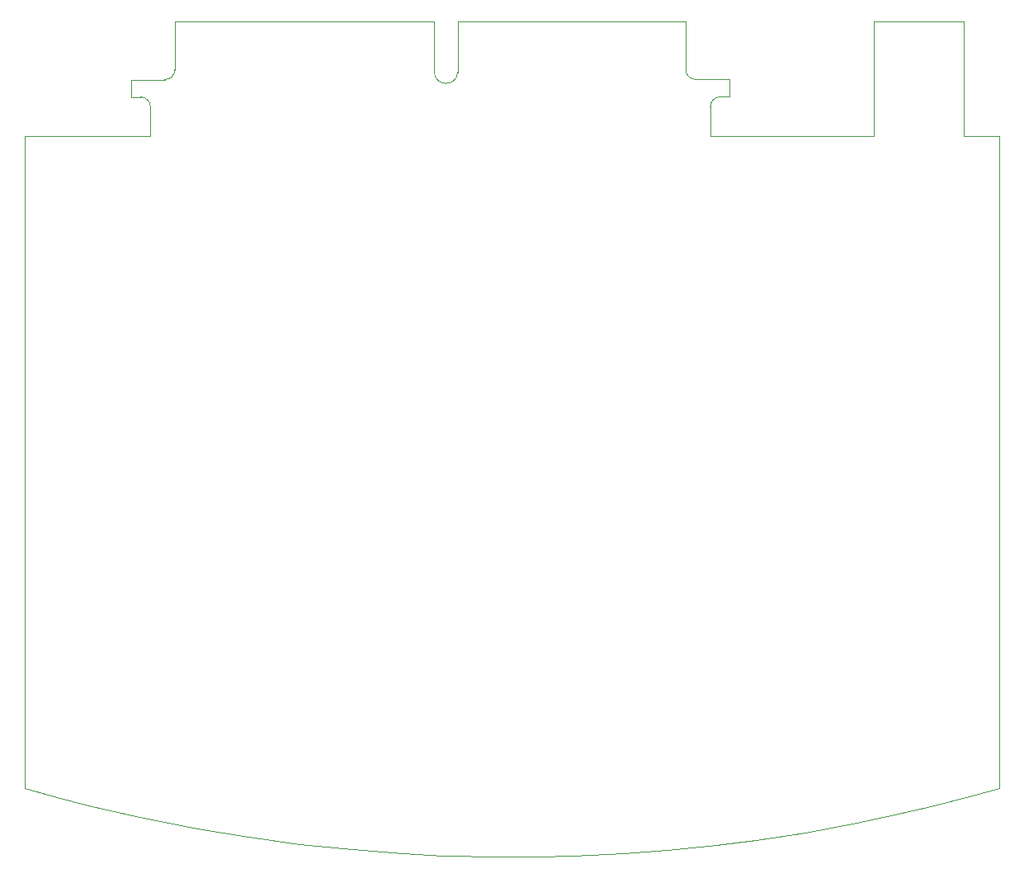
<source format=gbr>
G04 #@! TF.FileFunction,Profile,NP*
%FSLAX46Y46*%
G04 Gerber Fmt 4.6, Leading zero omitted, Abs format (unit mm)*
G04 Created by KiCad (PCBNEW 4.0.1-stable) date 11/11/2016 12:06:42 PM*
%MOMM*%
G01*
G04 APERTURE LIST*
%ADD10C,0.100000*%
G04 APERTURE END LIST*
D10*
X62875000Y-68000000D02*
X50000000Y-68000000D01*
X146330000Y-68005000D02*
X150000000Y-68005000D01*
X146330000Y-56225000D02*
X146330000Y-68005000D01*
X137080000Y-56225000D02*
X146330000Y-56225000D01*
X120320000Y-67995000D02*
X120320000Y-68005000D01*
X137080000Y-67995000D02*
X120320000Y-67995000D01*
X137080000Y-56225000D02*
X137080000Y-67995000D01*
X122325000Y-62200000D02*
X118825000Y-62200000D01*
X118815000Y-62200000D02*
G75*
G02X117815000Y-61200000I0J1000000D01*
G01*
X122325000Y-62200000D02*
X122325000Y-63980000D01*
X122325000Y-63980000D02*
X121305000Y-63980000D01*
X120325000Y-68000000D02*
X120325000Y-64990000D01*
X120325000Y-64990000D02*
G75*
G02X121335000Y-63980000I1010000J0D01*
G01*
X62870000Y-64995000D02*
G75*
G03X61860000Y-63985000I-1010000J0D01*
G01*
X62870000Y-68005000D02*
X62870000Y-64995000D01*
X60870000Y-63985000D02*
X61890000Y-63985000D01*
X60870000Y-62205000D02*
X60870000Y-63985000D01*
X64370000Y-62205000D02*
G75*
G03X65370000Y-61205000I0J1000000D01*
G01*
X60870000Y-62205000D02*
X64370000Y-62205000D01*
X65370000Y-56205000D02*
X65370000Y-61195000D01*
X94400000Y-61400000D02*
G75*
G02X92000000Y-61400000I-1200000J0D01*
G01*
X117820000Y-56205000D02*
X117820000Y-61245000D01*
X94400000Y-56205000D02*
X117820000Y-56205000D01*
X94400000Y-61445000D02*
X94400000Y-56205000D01*
X92000000Y-56205000D02*
X92000000Y-61435000D01*
X65370000Y-56205000D02*
X92000000Y-56205000D01*
X50000000Y-68000000D02*
X50000000Y-134975000D01*
X150000000Y-68000000D02*
X150000000Y-134975000D01*
X53312000Y-135916000D02*
X49992000Y-134986000D01*
X56532000Y-136736000D02*
X53312000Y-135916000D01*
X61712000Y-137936000D02*
X56532000Y-136736000D01*
X67632000Y-139116000D02*
X61712000Y-137936000D01*
X72892000Y-139996000D02*
X67632000Y-139116000D01*
X78192000Y-140716000D02*
X72892000Y-139996000D01*
X83552000Y-141276000D02*
X78192000Y-140716000D01*
X88742000Y-141686000D02*
X83552000Y-141276000D01*
X92882000Y-141896000D02*
X88742000Y-141686000D01*
X98602000Y-142006000D02*
X92882000Y-141896000D01*
X102582000Y-142006000D02*
X98602000Y-142006000D01*
X106212000Y-141916000D02*
X102582000Y-142006000D01*
X111462000Y-141656000D02*
X106212000Y-141916000D01*
X115842000Y-141336000D02*
X111462000Y-141656000D01*
X120962000Y-140796000D02*
X115842000Y-141336000D01*
X124962000Y-140296000D02*
X120962000Y-140796000D01*
X130032000Y-139516000D02*
X124962000Y-140296000D01*
X135352000Y-138536000D02*
X130032000Y-139516000D01*
X139252000Y-137716000D02*
X135352000Y-138536000D01*
X142962000Y-136856000D02*
X139252000Y-137716000D01*
X147202000Y-135766000D02*
X142962000Y-136856000D01*
X149992000Y-134986000D02*
X147202000Y-135766000D01*
M02*

</source>
